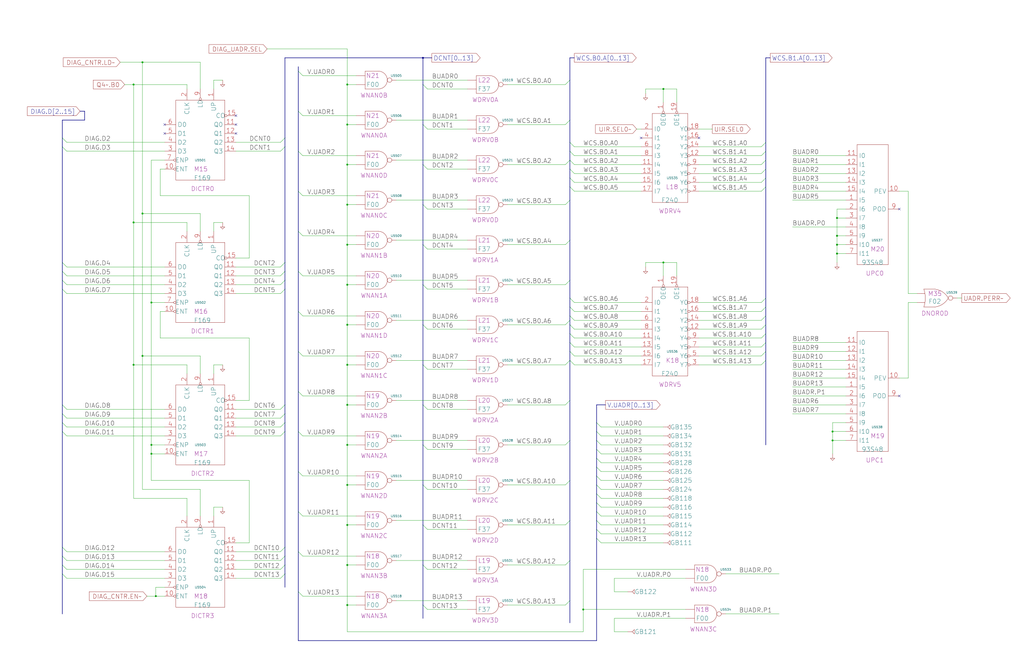
<source format=kicad_sch>
(kicad_sch (version 20250114) (generator "eeschema") (generator_version "9.0")
  (paper "User" 584.2 378.46)
  (title_block (title "WRITABLE CONTROL STORE\\nWCS ADDRESS GENERATION") (date "22-MAR-90") (rev "1.0") (comment 1 "VALUE") (comment 2 "232-003063") (comment 3 "S400") (comment 4 "RELEASED"))
  (junction (at 477.52 144.78))
  (junction (at 198.12 48.26))
  (junction (at 378.46 50.8))
  (junction (at 86.36 172.72))
  (junction (at 477.52 139.7))
  (junction (at 474.98 246.38))
  (junction (at 81.28 35.56))
  (junction (at 81.28 203.2))
  (junction (at 198.12 254))
  (junction (at 198.12 116.84))
  (junction (at 198.12 299.72))
  (junction (at 198.12 208.28))
  (junction (at 241.3 33.02))
  (junction (at 198.12 345.44))
  (junction (at 332.74 347.98))
  (junction (at 198.12 162.56))
  (junction (at 198.12 185.42))
  (junction (at 198.12 276.86))
  (junction (at 76.2 48.26))
  (junction (at 88.9 340.36))
  (junction (at 198.12 93.98))
  (junction (at 198.12 231.14))
  (junction (at 477.52 124.46))
  (junction (at 76.2 208.28))
  (junction (at 477.52 134.62))
  (junction (at 198.12 139.7))
  (junction (at 76.2 127))
  (junction (at 81.28 121.92))
  (junction (at 198.12 71.12))
  (junction (at 198.12 322.58))
  (junction (at 86.36 254))
  (junction (at 378.46 149.86))
  (junction (at 474.98 251.46))
  (junction (at 86.36 259.08))
  (no_connect (at 134.62 71.12))
  (no_connect (at 93.98 76.2))
  (no_connect (at 513.08 226.06))
  (no_connect (at 365.76 78.74))
  (no_connect (at 513.08 119.38))
  (no_connect (at 134.62 76.2))
  (no_connect (at 134.62 66.04))
  (no_connect (at 398.78 78.74))
  (no_connect (at 93.98 71.12))
  (bus_entry (at 35.56 312.42) (size 2.54 2.54))
  (bus_entry (at 325.12 175.26) (size 2.54 2.54))
  (bus_entry (at 35.56 236.22) (size 2.54 2.54))
  (bus_entry (at 170.18 200.66) (size 2.54 2.54))
  (bus_entry (at 325.12 96.52) (size 2.54 2.54))
  (bus_entry (at 162.56 322.58) (size -2.54 2.54))
  (bus_entry (at 162.56 165.1) (size -2.54 2.54))
  (bus_entry (at 325.12 200.66) (size 2.54 2.54))
  (bus_entry (at 325.12 274.32) (size -2.54 2.54))
  (bus_entry (at 325.12 190.5) (size 2.54 2.54))
  (bus_entry (at 325.12 68.58) (size -2.54 2.54))
  (bus_entry (at 436.88 96.52) (size -2.54 2.54))
  (bus_entry (at 340.36 307.34) (size 2.54 2.54))
  (bus_entry (at 325.12 195.58) (size 2.54 2.54))
  (bus_entry (at 340.36 292.1) (size 2.54 2.54))
  (bus_entry (at 162.56 149.86) (size -2.54 2.54))
  (bus_entry (at 35.56 317.5) (size 2.54 2.54))
  (bus_entry (at 436.88 81.28) (size -2.54 2.54))
  (bus_entry (at 241.3 231.14) (size 2.54 2.54))
  (bus_entry (at 241.3 276.86) (size 2.54 2.54))
  (bus_entry (at 241.3 254) (size 2.54 2.54))
  (bus_entry (at 241.3 299.72) (size 2.54 2.54))
  (bus_entry (at 35.56 246.38) (size 2.54 2.54))
  (bus_entry (at 340.36 302.26) (size 2.54 2.54))
  (bus_entry (at 162.56 78.74) (size -2.54 2.54))
  (bus_entry (at 170.18 269.24) (size 2.54 2.54))
  (bus_entry (at 241.3 345.44) (size 2.54 2.54))
  (bus_entry (at 325.12 137.16) (size -2.54 2.54))
  (bus_entry (at 162.56 231.14) (size -2.54 2.54))
  (bus_entry (at 162.56 154.94) (size -2.54 2.54))
  (bus_entry (at 170.18 314.96) (size 2.54 2.54))
  (bus_entry (at 162.56 160.02) (size -2.54 2.54))
  (bus_entry (at 162.56 246.38) (size -2.54 2.54))
  (bus_entry (at 340.36 297.18) (size 2.54 2.54))
  (bus_entry (at 170.18 246.38) (size 2.54 2.54))
  (bus_entry (at 325.12 106.68) (size 2.54 2.54))
  (bus_entry (at 325.12 182.88) (size -2.54 2.54))
  (bus_entry (at 162.56 317.5) (size -2.54 2.54))
  (bus_entry (at 436.88 91.44) (size -2.54 2.54))
  (bus_entry (at 325.12 180.34) (size 2.54 2.54))
  (bus_entry (at 241.3 208.28) (size 2.54 2.54))
  (bus_entry (at 325.12 251.46) (size -2.54 2.54))
  (bus_entry (at 340.36 241.3) (size 2.54 2.54))
  (bus_entry (at 436.88 195.58) (size -2.54 2.54))
  (bus_entry (at 241.3 139.7) (size 2.54 2.54))
  (bus_entry (at 241.3 116.84) (size 2.54 2.54))
  (bus_entry (at 325.12 297.18) (size -2.54 2.54))
  (bus_entry (at 436.88 86.36) (size -2.54 2.54))
  (bus_entry (at 35.56 78.74) (size 2.54 2.54))
  (bus_entry (at 162.56 327.66) (size -2.54 2.54))
  (bus_entry (at 170.18 337.82) (size 2.54 2.54))
  (bus_entry (at 162.56 241.3) (size -2.54 2.54))
  (bus_entry (at 340.36 246.38) (size 2.54 2.54))
  (bus_entry (at 162.56 83.82) (size -2.54 2.54))
  (bus_entry (at 340.36 276.86) (size 2.54 2.54))
  (bus_entry (at 170.18 132.08) (size 2.54 2.54))
  (bus_entry (at 340.36 271.78) (size 2.54 2.54))
  (bus_entry (at 325.12 86.36) (size 2.54 2.54))
  (bus_entry (at 325.12 101.6) (size 2.54 2.54))
  (bus_entry (at 170.18 40.64) (size 2.54 2.54))
  (bus_entry (at 436.88 190.5) (size -2.54 2.54))
  (bus_entry (at 325.12 205.74) (size 2.54 2.54))
  (bus_entry (at 170.18 63.5) (size 2.54 2.54))
  (bus_entry (at 241.3 185.42) (size 2.54 2.54))
  (bus_entry (at 436.88 205.74) (size -2.54 2.54))
  (bus_entry (at 35.56 327.66) (size 2.54 2.54))
  (bus_entry (at 340.36 287.02) (size 2.54 2.54))
  (bus_entry (at 436.88 185.42) (size -2.54 2.54))
  (bus_entry (at 170.18 86.36) (size 2.54 2.54))
  (bus_entry (at 340.36 281.94) (size 2.54 2.54))
  (bus_entry (at 162.56 236.22) (size -2.54 2.54))
  (bus_entry (at 241.3 322.58) (size 2.54 2.54))
  (bus_entry (at 241.3 48.26) (size 2.54 2.54))
  (bus_entry (at 325.12 342.9) (size -2.54 2.54))
  (bus_entry (at 436.88 200.66) (size -2.54 2.54))
  (bus_entry (at 436.88 170.18) (size -2.54 2.54))
  (bus_entry (at 436.88 180.34) (size -2.54 2.54))
  (bus_entry (at 436.88 101.6) (size -2.54 2.54))
  (bus_entry (at 35.56 165.1) (size 2.54 2.54))
  (bus_entry (at 325.12 91.44) (size -2.54 2.54))
  (bus_entry (at 340.36 256.54) (size 2.54 2.54))
  (bus_entry (at 170.18 292.1) (size 2.54 2.54))
  (bus_entry (at 35.56 241.3) (size 2.54 2.54))
  (bus_entry (at 325.12 185.42) (size 2.54 2.54))
  (bus_entry (at 325.12 228.6) (size -2.54 2.54))
  (bus_entry (at 170.18 109.22) (size 2.54 2.54))
  (bus_entry (at 325.12 91.44) (size 2.54 2.54))
  (bus_entry (at 170.18 223.52) (size 2.54 2.54))
  (bus_entry (at 35.56 83.82) (size 2.54 2.54))
  (bus_entry (at 162.56 312.42) (size -2.54 2.54))
  (bus_entry (at 170.18 177.8) (size 2.54 2.54))
  (bus_entry (at 340.36 266.7) (size 2.54 2.54))
  (bus_entry (at 241.3 162.56) (size 2.54 2.54))
  (bus_entry (at 35.56 322.58) (size 2.54 2.54))
  (bus_entry (at 325.12 81.28) (size 2.54 2.54))
  (bus_entry (at 241.3 93.98) (size 2.54 2.54))
  (bus_entry (at 436.88 175.26) (size -2.54 2.54))
  (bus_entry (at 325.12 205.74) (size -2.54 2.54))
  (bus_entry (at 340.36 261.62) (size 2.54 2.54))
  (bus_entry (at 35.56 154.94) (size 2.54 2.54))
  (bus_entry (at 325.12 320.04) (size -2.54 2.54))
  (bus_entry (at 241.3 71.12) (size 2.54 2.54))
  (bus_entry (at 325.12 45.72) (size -2.54 2.54))
  (bus_entry (at 325.12 114.3) (size -2.54 2.54))
  (bus_entry (at 325.12 170.18) (size 2.54 2.54))
  (bus_entry (at 35.56 160.02) (size 2.54 2.54))
  (bus_entry (at 170.18 154.94) (size 2.54 2.54))
  (bus_entry (at 340.36 251.46) (size 2.54 2.54))
  (bus_entry (at 35.56 231.14) (size 2.54 2.54))
  (bus_entry (at 436.88 106.68) (size -2.54 2.54))
  (bus_entry (at 35.56 149.86) (size 2.54 2.54))
  (bus_entry (at 325.12 160.02) (size -2.54 2.54))
  (bus (pts (xy 35.56 317.5) (xy 35.56 322.58)))
  (wire (pts (xy 226.06 91.44) (xy 266.7 91.44)))
  (wire (pts (xy 474.98 251.46) (xy 482.6 251.46)))
  (wire (pts (xy 398.78 93.98) (xy 434.34 93.98)))
  (bus (pts (xy 241.3 33.02) (xy 246.38 33.02)))
  (wire (pts (xy 477.52 144.78) (xy 477.52 149.86)))
  (wire (pts (xy 368.3 50.8) (xy 378.46 50.8)))
  (bus (pts (xy 162.56 317.5) (xy 162.56 322.58)))
  (wire (pts (xy 398.78 193.04) (xy 434.34 193.04)))
  (wire (pts (xy 142.24 309.88) (xy 142.24 274.32)))
  (wire (pts (xy 391.16 347.98) (xy 332.74 347.98)))
  (bus (pts (xy 340.36 281.94) (xy 340.36 287.02)))
  (bus (pts (xy 436.88 86.36) (xy 436.88 91.44)))
  (bus (pts (xy 325.12 33.02) (xy 327.66 33.02)))
  (bus (pts (xy 35.56 149.86) (xy 35.56 154.94)))
  (wire (pts (xy 86.36 259.08) (xy 93.98 259.08)))
  (wire (pts (xy 327.66 203.2) (xy 365.76 203.2)))
  (wire (pts (xy 81.28 203.2) (xy 81.28 279.4)))
  (wire (pts (xy 38.1 325.12) (xy 93.98 325.12)))
  (bus (pts (xy 325.12 137.16) (xy 325.12 160.02)))
  (wire (pts (xy 198.12 299.72) (xy 203.2 299.72)))
  (wire (pts (xy 342.9 243.84) (xy 378.46 243.84)))
  (bus (pts (xy 436.88 170.18) (xy 436.88 175.26)))
  (bus (pts (xy 325.12 251.46) (xy 325.12 274.32)))
  (wire (pts (xy 88.9 335.28) (xy 93.98 335.28)))
  (wire (pts (xy 81.28 121.92) (xy 114.3 121.92)))
  (bus (pts (xy 325.12 160.02) (xy 325.12 170.18)))
  (wire (pts (xy 172.72 226.06) (xy 203.2 226.06)))
  (bus (pts (xy 325.12 81.28) (xy 325.12 86.36)))
  (wire (pts (xy 342.9 259.08) (xy 378.46 259.08)))
  (wire (pts (xy 452.12 210.82) (xy 482.6 210.82)))
  (wire (pts (xy 198.12 231.14) (xy 198.12 254)))
  (bus (pts (xy 170.18 109.22) (xy 170.18 132.08)))
  (bus (pts (xy 35.56 322.58) (xy 35.56 327.66)))
  (wire (pts (xy 226.06 45.72) (xy 266.7 45.72)))
  (wire (pts (xy 226.06 274.32) (xy 266.7 274.32)))
  (wire (pts (xy 172.72 157.48) (xy 203.2 157.48)))
  (wire (pts (xy 134.62 320.04) (xy 160.02 320.04)))
  (bus (pts (xy 436.88 33.02) (xy 436.88 81.28)))
  (wire (pts (xy 327.66 208.28) (xy 365.76 208.28)))
  (wire (pts (xy 452.12 114.3) (xy 482.6 114.3)))
  (wire (pts (xy 88.9 340.36) (xy 93.98 340.36)))
  (bus (pts (xy 325.12 101.6) (xy 325.12 106.68)))
  (wire (pts (xy 289.56 71.12) (xy 322.58 71.12)))
  (wire (pts (xy 363.22 73.66) (xy 365.76 73.66)))
  (bus (pts (xy 35.56 327.66) (xy 35.56 350.52)))
  (bus (pts (xy 340.36 246.38) (xy 340.36 251.46)))
  (bus (pts (xy 35.56 160.02) (xy 35.56 165.1)))
  (bus (pts (xy 325.12 86.36) (xy 325.12 91.44)))
  (wire (pts (xy 134.62 228.6) (xy 142.24 228.6)))
  (wire (pts (xy 91.44 193.04) (xy 91.44 177.8)))
  (wire (pts (xy 198.12 208.28) (xy 203.2 208.28)))
  (bus (pts (xy 241.3 185.42) (xy 241.3 208.28)))
  (wire (pts (xy 398.78 203.2) (xy 434.34 203.2)))
  (bus (pts (xy 325.12 274.32) (xy 325.12 297.18)))
  (wire (pts (xy 91.44 177.8) (xy 93.98 177.8)))
  (wire (pts (xy 172.72 111.76) (xy 203.2 111.76)))
  (bus (pts (xy 162.56 312.42) (xy 162.56 317.5)))
  (wire (pts (xy 474.98 246.38) (xy 482.6 246.38)))
  (wire (pts (xy 289.56 276.86) (xy 322.58 276.86)))
  (wire (pts (xy 289.56 345.44) (xy 322.58 345.44)))
  (wire (pts (xy 289.56 322.58) (xy 322.58 322.58)))
  (wire (pts (xy 518.16 109.22) (xy 518.16 167.64)))
  (bus (pts (xy 170.18 38.1) (xy 170.18 40.64)))
  (bus (pts (xy 340.36 302.26) (xy 340.36 307.34)))
  (wire (pts (xy 414.02 327.66) (xy 444.5 327.66)))
  (wire (pts (xy 477.52 134.62) (xy 482.6 134.62)))
  (wire (pts (xy 86.36 91.44) (xy 93.98 91.44)))
  (wire (pts (xy 342.9 264.16) (xy 378.46 264.16)))
  (bus (pts (xy 325.12 185.42) (xy 325.12 190.5)))
  (wire (pts (xy 198.12 27.94) (xy 198.12 48.26)))
  (wire (pts (xy 452.12 195.58) (xy 482.6 195.58)))
  (wire (pts (xy 386.08 149.86) (xy 386.08 157.48)))
  (wire (pts (xy 226.06 205.74) (xy 266.7 205.74)))
  (bus (pts (xy 325.12 320.04) (xy 325.12 342.9)))
  (wire (pts (xy 243.84 233.68) (xy 266.7 233.68)))
  (wire (pts (xy 226.06 160.02) (xy 266.7 160.02)))
  (bus (pts (xy 325.12 33.02) (xy 325.12 45.72)))
  (wire (pts (xy 134.62 314.96) (xy 160.02 314.96)))
  (wire (pts (xy 121.92 45.72) (xy 121.92 50.8)))
  (wire (pts (xy 327.66 198.12) (xy 365.76 198.12)))
  (wire (pts (xy 172.72 248.92) (xy 203.2 248.92)))
  (wire (pts (xy 342.9 299.72) (xy 378.46 299.72)))
  (wire (pts (xy 342.9 279.4) (xy 378.46 279.4)))
  (bus (pts (xy 35.56 83.82) (xy 35.56 149.86)))
  (wire (pts (xy 243.84 96.52) (xy 266.7 96.52)))
  (wire (pts (xy 68.58 35.56) (xy 81.28 35.56)))
  (bus (pts (xy 241.3 276.86) (xy 241.3 299.72)))
  (bus (pts (xy 162.56 33.02) (xy 241.3 33.02)))
  (bus (pts (xy 241.3 208.28) (xy 241.3 231.14)))
  (wire (pts (xy 226.06 228.6) (xy 266.7 228.6)))
  (wire (pts (xy 477.52 139.7) (xy 482.6 139.7)))
  (wire (pts (xy 226.06 251.46) (xy 266.7 251.46)))
  (bus (pts (xy 436.88 190.5) (xy 436.88 195.58)))
  (wire (pts (xy 398.78 177.8) (xy 434.34 177.8)))
  (bus (pts (xy 436.88 81.28) (xy 436.88 86.36)))
  (wire (pts (xy 121.92 208.28) (xy 121.92 213.36)))
  (bus (pts (xy 170.18 177.8) (xy 170.18 200.66)))
  (bus (pts (xy 162.56 83.82) (xy 162.56 149.86)))
  (wire (pts (xy 142.24 111.76) (xy 91.44 111.76)))
  (bus (pts (xy 436.88 33.02) (xy 439.42 33.02)))
  (bus (pts (xy 325.12 297.18) (xy 325.12 320.04)))
  (wire (pts (xy 83.82 340.36) (xy 88.9 340.36)))
  (bus (pts (xy 340.36 276.86) (xy 340.36 281.94)))
  (wire (pts (xy 289.56 116.84) (xy 322.58 116.84)))
  (bus (pts (xy 325.12 114.3) (xy 325.12 137.16)))
  (bus (pts (xy 35.56 78.74) (xy 35.56 83.82)))
  (wire (pts (xy 513.08 109.22) (xy 518.16 109.22)))
  (bus (pts (xy 340.36 266.7) (xy 340.36 271.78)))
  (bus (pts (xy 35.56 246.38) (xy 35.56 312.42)))
  (wire (pts (xy 198.12 116.84) (xy 203.2 116.84)))
  (wire (pts (xy 38.1 320.04) (xy 93.98 320.04)))
  (wire (pts (xy 198.12 71.12) (xy 203.2 71.12)))
  (bus (pts (xy 48.26 68.58) (xy 35.56 68.58)))
  (bus (pts (xy 340.36 271.78) (xy 340.36 276.86)))
  (wire (pts (xy 477.52 124.46) (xy 477.52 134.62)))
  (wire (pts (xy 86.36 254) (xy 93.98 254)))
  (wire (pts (xy 327.66 93.98) (xy 365.76 93.98)))
  (wire (pts (xy 332.74 325.12) (xy 332.74 347.98)))
  (wire (pts (xy 243.84 187.96) (xy 266.7 187.96)))
  (wire (pts (xy 350.52 330.2) (xy 350.52 337.82)))
  (wire (pts (xy 198.12 276.86) (xy 203.2 276.86)))
  (wire (pts (xy 38.1 157.48) (xy 93.98 157.48)))
  (wire (pts (xy 172.72 203.2) (xy 203.2 203.2)))
  (bus (pts (xy 325.12 180.34) (xy 325.12 182.88)))
  (wire (pts (xy 398.78 187.96) (xy 434.34 187.96)))
  (wire (pts (xy 134.62 147.32) (xy 142.24 147.32)))
  (wire (pts (xy 127 45.72) (xy 121.92 45.72)))
  (wire (pts (xy 121.92 289.56) (xy 121.92 294.64)))
  (bus (pts (xy 241.3 71.12) (xy 241.3 93.98)))
  (wire (pts (xy 106.68 50.8) (xy 106.68 48.26)))
  (wire (pts (xy 134.62 157.48) (xy 160.02 157.48)))
  (wire (pts (xy 81.28 35.56) (xy 114.3 35.56)))
  (wire (pts (xy 327.66 104.14) (xy 365.76 104.14)))
  (bus (pts (xy 35.56 68.58) (xy 35.56 78.74)))
  (wire (pts (xy 243.84 142.24) (xy 266.7 142.24)))
  (wire (pts (xy 391.16 325.12) (xy 332.74 325.12)))
  (wire (pts (xy 398.78 83.82) (xy 434.34 83.82)))
  (wire (pts (xy 198.12 48.26) (xy 203.2 48.26)))
  (wire (pts (xy 327.66 172.72) (xy 365.76 172.72)))
  (wire (pts (xy 198.12 254) (xy 198.12 276.86)))
  (wire (pts (xy 81.28 203.2) (xy 114.3 203.2)))
  (wire (pts (xy 342.9 294.64) (xy 378.46 294.64)))
  (wire (pts (xy 86.36 91.44) (xy 86.36 172.72)))
  (wire (pts (xy 452.12 205.74) (xy 482.6 205.74)))
  (wire (pts (xy 38.1 86.36) (xy 93.98 86.36)))
  (bus (pts (xy 325.12 195.58) (xy 325.12 200.66)))
  (wire (pts (xy 172.72 294.64) (xy 203.2 294.64)))
  (wire (pts (xy 398.78 208.28) (xy 434.34 208.28)))
  (wire (pts (xy 81.28 279.4) (xy 114.3 279.4)))
  (wire (pts (xy 342.9 284.48) (xy 378.46 284.48)))
  (wire (pts (xy 243.84 210.82) (xy 266.7 210.82)))
  (wire (pts (xy 226.06 182.88) (xy 266.7 182.88)))
  (wire (pts (xy 289.56 231.14) (xy 322.58 231.14)))
  (wire (pts (xy 198.12 139.7) (xy 203.2 139.7)))
  (wire (pts (xy 38.1 162.56) (xy 93.98 162.56)))
  (bus (pts (xy 340.36 292.1) (xy 340.36 297.18)))
  (wire (pts (xy 127 127) (xy 121.92 127)))
  (bus (pts (xy 241.3 48.26) (xy 241.3 71.12)))
  (wire (pts (xy 327.66 99.06) (xy 365.76 99.06)))
  (bus (pts (xy 170.18 246.38) (xy 170.18 269.24)))
  (wire (pts (xy 76.2 48.26) (xy 76.2 127)))
  (wire (pts (xy 398.78 88.9) (xy 434.34 88.9)))
  (wire (pts (xy 198.12 254) (xy 203.2 254)))
  (bus (pts (xy 436.88 91.44) (xy 436.88 96.52)))
  (wire (pts (xy 289.56 162.56) (xy 322.58 162.56)))
  (wire (pts (xy 243.84 73.66) (xy 266.7 73.66)))
  (bus (pts (xy 340.36 256.54) (xy 340.36 261.62)))
  (wire (pts (xy 452.12 200.66) (xy 482.6 200.66)))
  (bus (pts (xy 241.3 345.44) (xy 241.3 353.06)))
  (wire (pts (xy 198.12 322.58) (xy 203.2 322.58)))
  (wire (pts (xy 71.12 48.26) (xy 76.2 48.26)))
  (wire (pts (xy 142.24 228.6) (xy 142.24 193.04)))
  (wire (pts (xy 327.66 182.88) (xy 365.76 182.88)))
  (wire (pts (xy 198.12 71.12) (xy 198.12 93.98)))
  (bus (pts (xy 340.36 261.62) (xy 340.36 266.7)))
  (wire (pts (xy 86.36 172.72) (xy 86.36 254)))
  (bus (pts (xy 241.3 254) (xy 241.3 276.86)))
  (bus (pts (xy 162.56 241.3) (xy 162.56 246.38)))
  (wire (pts (xy 327.66 88.9) (xy 365.76 88.9)))
  (wire (pts (xy 38.1 233.68) (xy 93.98 233.68)))
  (bus (pts (xy 241.3 322.58) (xy 241.3 345.44)))
  (wire (pts (xy 289.56 254) (xy 322.58 254)))
  (wire (pts (xy 226.06 320.04) (xy 266.7 320.04)))
  (wire (pts (xy 198.12 185.42) (xy 198.12 208.28)))
  (wire (pts (xy 198.12 185.42) (xy 203.2 185.42)))
  (wire (pts (xy 198.12 93.98) (xy 203.2 93.98)))
  (wire (pts (xy 398.78 198.12) (xy 434.34 198.12)))
  (wire (pts (xy 86.36 274.32) (xy 86.36 259.08)))
  (wire (pts (xy 38.1 167.64) (xy 93.98 167.64)))
  (wire (pts (xy 198.12 116.84) (xy 198.12 139.7)))
  (wire (pts (xy 342.9 248.92) (xy 378.46 248.92)))
  (wire (pts (xy 452.12 99.06) (xy 482.6 99.06)))
  (wire (pts (xy 350.52 353.06) (xy 350.52 360.68)))
  (wire (pts (xy 88.9 335.28) (xy 88.9 340.36)))
  (wire (pts (xy 289.56 48.26) (xy 322.58 48.26)))
  (wire (pts (xy 198.12 139.7) (xy 198.12 162.56)))
  (wire (pts (xy 474.98 241.3) (xy 474.98 246.38)))
  (wire (pts (xy 114.3 294.64) (xy 114.3 279.4)))
  (wire (pts (xy 134.62 325.12) (xy 160.02 325.12)))
  (wire (pts (xy 198.12 93.98) (xy 198.12 116.84)))
  (wire (pts (xy 198.12 162.56) (xy 203.2 162.56)))
  (bus (pts (xy 436.88 175.26) (xy 436.88 180.34)))
  (bus (pts (xy 436.88 96.52) (xy 436.88 101.6)))
  (wire (pts (xy 172.72 317.5) (xy 203.2 317.5)))
  (wire (pts (xy 134.62 330.2) (xy 160.02 330.2)))
  (bus (pts (xy 436.88 106.68) (xy 436.88 170.18)))
  (bus (pts (xy 170.18 40.64) (xy 170.18 63.5)))
  (wire (pts (xy 350.52 360.68) (xy 358.14 360.68)))
  (wire (pts (xy 172.72 340.36) (xy 203.2 340.36)))
  (bus (pts (xy 170.18 337.82) (xy 170.18 365.76)))
  (wire (pts (xy 378.46 50.8) (xy 378.46 58.42)))
  (wire (pts (xy 342.9 269.24) (xy 378.46 269.24)))
  (wire (pts (xy 289.56 208.28) (xy 322.58 208.28)))
  (wire (pts (xy 226.06 342.9) (xy 266.7 342.9)))
  (wire (pts (xy 477.52 139.7) (xy 477.52 144.78)))
  (wire (pts (xy 198.12 208.28) (xy 198.12 231.14)))
  (wire (pts (xy 198.12 162.56) (xy 198.12 185.42)))
  (wire (pts (xy 378.46 149.86) (xy 386.08 149.86)))
  (bus (pts (xy 170.18 63.5) (xy 170.18 86.36)))
  (bus (pts (xy 241.3 33.02) (xy 241.3 48.26)))
  (bus (pts (xy 162.56 154.94) (xy 162.56 160.02)))
  (bus (pts (xy 241.3 162.56) (xy 241.3 185.42)))
  (bus (pts (xy 325.12 170.18) (xy 325.12 175.26)))
  (wire (pts (xy 134.62 233.68) (xy 160.02 233.68)))
  (wire (pts (xy 378.46 149.86) (xy 378.46 157.48)))
  (wire (pts (xy 76.2 284.48) (xy 106.68 284.48)))
  (wire (pts (xy 134.62 152.4) (xy 160.02 152.4)))
  (wire (pts (xy 327.66 109.22) (xy 365.76 109.22)))
  (wire (pts (xy 289.56 139.7) (xy 322.58 139.7)))
  (bus (pts (xy 325.12 228.6) (xy 325.12 251.46)))
  (bus (pts (xy 35.56 312.42) (xy 35.56 317.5)))
  (wire (pts (xy 368.3 152.4) (xy 368.3 149.86)))
  (wire (pts (xy 198.12 345.44) (xy 203.2 345.44)))
  (wire (pts (xy 226.06 114.3) (xy 266.7 114.3)))
  (wire (pts (xy 198.12 322.58) (xy 198.12 345.44)))
  (bus (pts (xy 436.88 200.66) (xy 436.88 205.74)))
  (bus (pts (xy 325.12 182.88) (xy 325.12 185.42)))
  (wire (pts (xy 452.12 220.98) (xy 482.6 220.98)))
  (wire (pts (xy 342.9 274.32) (xy 378.46 274.32)))
  (wire (pts (xy 86.36 254) (xy 86.36 259.08)))
  (bus (pts (xy 436.88 180.34) (xy 436.88 185.42)))
  (wire (pts (xy 327.66 177.8) (xy 365.76 177.8)))
  (wire (pts (xy 368.3 53.34) (xy 368.3 50.8)))
  (wire (pts (xy 134.62 86.36) (xy 160.02 86.36)))
  (wire (pts (xy 114.3 213.36) (xy 114.3 203.2)))
  (bus (pts (xy 436.88 185.42) (xy 436.88 190.5)))
  (wire (pts (xy 76.2 48.26) (xy 106.68 48.26)))
  (bus (pts (xy 162.56 236.22) (xy 162.56 241.3)))
  (bus (pts (xy 170.18 269.24) (xy 170.18 292.1)))
  (wire (pts (xy 327.66 187.96) (xy 365.76 187.96)))
  (bus (pts (xy 325.12 91.44) (xy 325.12 96.52)))
  (bus (pts (xy 340.36 231.14) (xy 340.36 241.3)))
  (wire (pts (xy 477.52 134.62) (xy 477.52 139.7)))
  (bus (pts (xy 162.56 33.02) (xy 162.56 78.74)))
  (bus (pts (xy 436.88 195.58) (xy 436.88 200.66)))
  (wire (pts (xy 398.78 182.88) (xy 434.34 182.88)))
  (wire (pts (xy 172.72 88.9) (xy 203.2 88.9)))
  (wire (pts (xy 342.9 309.88) (xy 378.46 309.88)))
  (wire (pts (xy 127 289.56) (xy 121.92 289.56)))
  (wire (pts (xy 38.1 238.76) (xy 93.98 238.76)))
  (wire (pts (xy 386.08 50.8) (xy 386.08 58.42)))
  (wire (pts (xy 327.66 83.82) (xy 365.76 83.82)))
  (wire (pts (xy 38.1 314.96) (xy 93.98 314.96)))
  (bus (pts (xy 35.56 236.22) (xy 35.56 241.3)))
  (wire (pts (xy 350.52 353.06) (xy 391.16 353.06)))
  (wire (pts (xy 106.68 294.64) (xy 106.68 284.48)))
  (bus (pts (xy 325.12 106.68) (xy 325.12 114.3)))
  (wire (pts (xy 398.78 104.14) (xy 434.34 104.14)))
  (wire (pts (xy 172.72 180.34) (xy 203.2 180.34)))
  (wire (pts (xy 86.36 172.72) (xy 93.98 172.72)))
  (wire (pts (xy 398.78 109.22) (xy 434.34 109.22)))
  (wire (pts (xy 518.16 167.64) (xy 523.24 167.64)))
  (bus (pts (xy 325.12 190.5) (xy 325.12 195.58)))
  (bus (pts (xy 162.56 231.14) (xy 162.56 236.22)))
  (wire (pts (xy 477.52 144.78) (xy 482.6 144.78)))
  (bus (pts (xy 340.36 287.02) (xy 340.36 292.1)))
  (wire (pts (xy 414.02 350.52) (xy 444.5 350.52)))
  (bus (pts (xy 35.56 165.1) (xy 35.56 231.14)))
  (wire (pts (xy 81.28 121.92) (xy 81.28 203.2)))
  (wire (pts (xy 38.1 330.2) (xy 93.98 330.2)))
  (wire (pts (xy 134.62 309.88) (xy 142.24 309.88)))
  (wire (pts (xy 452.12 93.98) (xy 482.6 93.98)))
  (bus (pts (xy 340.36 251.46) (xy 340.36 256.54)))
  (bus (pts (xy 162.56 149.86) (xy 162.56 154.94)))
  (wire (pts (xy 106.68 132.08) (xy 106.68 127)))
  (bus (pts (xy 170.18 365.76) (xy 340.36 365.76)))
  (wire (pts (xy 134.62 162.56) (xy 160.02 162.56)))
  (bus (pts (xy 325.12 342.9) (xy 325.12 355.6)))
  (bus (pts (xy 340.36 241.3) (xy 340.36 246.38)))
  (bus (pts (xy 325.12 68.58) (xy 325.12 81.28)))
  (bus (pts (xy 35.56 231.14) (xy 35.56 236.22)))
  (wire (pts (xy 243.84 50.8) (xy 266.7 50.8)))
  (wire (pts (xy 76.2 208.28) (xy 106.68 208.28)))
  (wire (pts (xy 172.72 271.78) (xy 203.2 271.78)))
  (bus (pts (xy 162.56 160.02) (xy 162.56 165.1)))
  (bus (pts (xy 241.3 231.14) (xy 241.3 254)))
  (bus (pts (xy 325.12 205.74) (xy 325.12 228.6)))
  (bus (pts (xy 170.18 154.94) (xy 170.18 177.8)))
  (wire (pts (xy 172.72 134.62) (xy 203.2 134.62)))
  (bus (pts (xy 436.88 205.74) (xy 436.88 254)))
  (wire (pts (xy 518.16 172.72) (xy 523.24 172.72)))
  (wire (pts (xy 327.66 193.04) (xy 365.76 193.04)))
  (wire (pts (xy 243.84 165.1) (xy 266.7 165.1)))
  (wire (pts (xy 152.4 27.94) (xy 198.12 27.94)))
  (bus (pts (xy 162.56 322.58) (xy 162.56 327.66)))
  (wire (pts (xy 289.56 93.98) (xy 322.58 93.98)))
  (bus (pts (xy 241.3 299.72) (xy 241.3 322.58)))
  (wire (pts (xy 482.6 241.3) (xy 474.98 241.3)))
  (wire (pts (xy 452.12 236.22) (xy 482.6 236.22)))
  (bus (pts (xy 241.3 116.84) (xy 241.3 139.7)))
  (wire (pts (xy 226.06 297.18) (xy 266.7 297.18)))
  (wire (pts (xy 76.2 208.28) (xy 76.2 284.48)))
  (wire (pts (xy 332.74 347.98) (xy 332.74 360.68)))
  (wire (pts (xy 134.62 238.76) (xy 160.02 238.76)))
  (wire (pts (xy 243.84 119.38) (xy 266.7 119.38)))
  (wire (pts (xy 378.46 50.8) (xy 386.08 50.8)))
  (wire (pts (xy 198.12 48.26) (xy 198.12 71.12)))
  (wire (pts (xy 518.16 215.9) (xy 518.16 172.72)))
  (wire (pts (xy 350.52 337.82) (xy 358.14 337.82)))
  (wire (pts (xy 452.12 226.06) (xy 482.6 226.06)))
  (wire (pts (xy 243.84 325.12) (xy 266.7 325.12)))
  (wire (pts (xy 452.12 129.54) (xy 482.6 129.54)))
  (wire (pts (xy 398.78 73.66) (xy 406.4 73.66)))
  (wire (pts (xy 398.78 99.06) (xy 434.34 99.06)))
  (wire (pts (xy 474.98 251.46) (xy 474.98 259.08)))
  (bus (pts (xy 170.18 132.08) (xy 170.18 154.94)))
  (wire (pts (xy 38.1 152.4) (xy 93.98 152.4)))
  (wire (pts (xy 134.62 243.84) (xy 160.02 243.84)))
  (bus (pts (xy 436.88 101.6) (xy 436.88 106.68)))
  (wire (pts (xy 226.06 137.16) (xy 266.7 137.16)))
  (wire (pts (xy 198.12 276.86) (xy 198.12 299.72)))
  (bus (pts (xy 241.3 93.98) (xy 241.3 116.84)))
  (wire (pts (xy 38.1 248.92) (xy 93.98 248.92)))
  (wire (pts (xy 243.84 302.26) (xy 266.7 302.26)))
  (bus (pts (xy 35.56 154.94) (xy 35.56 160.02)))
  (wire (pts (xy 546.1 170.18) (xy 548.64 170.18)))
  (bus (pts (xy 170.18 292.1) (xy 170.18 314.96)))
  (wire (pts (xy 342.9 289.56) (xy 378.46 289.56)))
  (bus (pts (xy 162.56 246.38) (xy 162.56 312.42)))
  (wire (pts (xy 452.12 109.22) (xy 482.6 109.22)))
  (wire (pts (xy 198.12 360.68) (xy 332.74 360.68)))
  (wire (pts (xy 342.9 304.8) (xy 378.46 304.8)))
  (wire (pts (xy 172.72 66.04) (xy 203.2 66.04)))
  (wire (pts (xy 482.6 119.38) (xy 477.52 119.38)))
  (wire (pts (xy 134.62 167.64) (xy 160.02 167.64)))
  (wire (pts (xy 172.72 43.18) (xy 203.2 43.18)))
  (wire (pts (xy 106.68 213.36) (xy 106.68 208.28)))
  (wire (pts (xy 368.3 149.86) (xy 378.46 149.86)))
  (wire (pts (xy 198.12 231.14) (xy 203.2 231.14)))
  (bus (pts (xy 170.18 86.36) (xy 170.18 109.22)))
  (wire (pts (xy 243.84 347.98) (xy 266.7 347.98)))
  (wire (pts (xy 76.2 127) (xy 106.68 127)))
  (wire (pts (xy 38.1 243.84) (xy 93.98 243.84)))
  (wire (pts (xy 226.06 68.58) (xy 266.7 68.58)))
  (bus (pts (xy 340.36 307.34) (xy 340.36 365.76)))
  (wire (pts (xy 142.24 193.04) (xy 91.44 193.04)))
  (wire (pts (xy 289.56 185.42) (xy 322.58 185.42)))
  (wire (pts (xy 134.62 81.28) (xy 160.02 81.28)))
  (wire (pts (xy 81.28 35.56) (xy 81.28 121.92)))
  (wire (pts (xy 114.3 132.08) (xy 114.3 121.92)))
  (wire (pts (xy 121.92 127) (xy 121.92 132.08)))
  (wire (pts (xy 198.12 299.72) (xy 198.12 322.58)))
  (wire (pts (xy 142.24 274.32) (xy 86.36 274.32)))
  (bus (pts (xy 48.26 63.5) (xy 48.26 68.58)))
  (wire (pts (xy 342.9 254) (xy 378.46 254)))
  (wire (pts (xy 91.44 96.52) (xy 93.98 96.52)))
  (bus (pts (xy 162.56 327.66) (xy 162.56 335.28)))
  (bus (pts (xy 340.36 297.18) (xy 340.36 302.26)))
  (wire (pts (xy 127 208.28) (xy 121.92 208.28)))
  (bus (pts (xy 170.18 200.66) (xy 170.18 223.52)))
  (wire (pts (xy 114.3 50.8) (xy 114.3 35.56)))
  (wire (pts (xy 38.1 81.28) (xy 93.98 81.28)))
  (wire (pts (xy 477.52 119.38) (xy 477.52 124.46)))
  (wire (pts (xy 452.12 104.14) (xy 482.6 104.14)))
  (wire (pts (xy 452.12 231.14) (xy 482.6 231.14)))
  (wire (pts (xy 513.08 215.9) (xy 518.16 215.9)))
  (bus (pts (xy 241.3 139.7) (xy 241.3 162.56)))
  (wire (pts (xy 452.12 88.9) (xy 482.6 88.9)))
  (bus (pts (xy 325.12 96.52) (xy 325.12 101.6)))
  (bus (pts (xy 170.18 223.52) (xy 170.18 246.38)))
  (bus (pts (xy 325.12 200.66) (xy 325.12 205.74)))
  (wire (pts (xy 243.84 279.4) (xy 266.7 279.4)))
  (wire (pts (xy 76.2 127) (xy 76.2 208.28)))
  (wire (pts (xy 91.44 111.76) (xy 91.44 96.52)))
  (wire (pts (xy 477.52 124.46) (xy 482.6 124.46)))
  (bus (pts (xy 35.56 241.3) (xy 35.56 246.38)))
  (wire (pts (xy 289.56 299.72) (xy 322.58 299.72)))
  (bus (pts (xy 340.36 231.14) (xy 345.44 231.14)))
  (wire (pts (xy 452.12 215.9) (xy 482.6 215.9)))
  (bus (pts (xy 162.56 78.74) (xy 162.56 83.82)))
  (bus (pts (xy 325.12 45.72) (xy 325.12 68.58)))
  (wire (pts (xy 198.12 345.44) (xy 198.12 360.68)))
  (bus (pts (xy 325.12 175.26) (xy 325.12 180.34)))
  (bus (pts (xy 170.18 314.96) (xy 170.18 337.82)))
  (wire (pts (xy 142.24 147.32) (xy 142.24 111.76)))
  (bus (pts (xy 45.72 63.5) (xy 48.26 63.5)))
  (bus (pts (xy 162.56 165.1) (xy 162.56 231.14)))
  (wire (pts (xy 243.84 256.54) (xy 266.7 256.54)))
  (wire (pts (xy 350.52 330.2) (xy 391.16 330.2)))
  (wire (pts (xy 474.98 246.38) (xy 474.98 251.46)))
  (wire (pts (xy 134.62 248.92) (xy 160.02 248.92)))
  (wire (pts (xy 398.78 172.72) (xy 434.34 172.72)))
  (label "WCS.B1.A4" (at 406.4 104.14 0) (effects (font (size 2.54 2.54))))
  (label "V.UADR5" (at 350.52 269.24 0) (effects (font (size 2.54 2.54))))
  (label "V.UADR2" (at 175.26 88.9 0) (effects (font (size 2.54 2.54))))
  (label "V.UADR7" (at 350.52 279.4 0) (effects (font (size 2.54 2.54))))
  (label "V.UADR8" (at 175.26 226.06 0) (effects (font (size 2.54 2.54))))
  (label "DCNT7" (at 144.78 238.76 0) (effects (font (size 2.54 2.54))))
  (label "DCNT12" (at 144.78 325.12 0) (effects (font (size 2.54 2.54))))
  (label "WCS.B0.A9" (at 332.74 187.96 0) (effects (font (size 2.54 2.54))))
  (label "BUADR1" (at 246.38 68.58 0) (effects (font (size 2.54 2.54))))
  (label "V.UADR12" (at 350.52 304.8 0) (effects (font (size 2.54 2.54))))
  (label "DCNT2" (at 246.38 96.52 0) (effects (font (size 2.54 2.54))))
  (label "V.UADR.P1" (at 363.22 353.06 0) (effects (font (size 2.54 2.54))))
  (label "BUADR6" (at 452.12 231.14 0) (effects (font (size 2.54 2.54))))
  (label "WCS.B1.A3" (at 406.4 99.06 0) (effects (font (size 2.54 2.54))))
  (label "DCNT6" (at 144.78 233.68 0) (effects (font (size 2.54 2.54))))
  (label "BUADR8" (at 246.38 228.6 0) (effects (font (size 2.54 2.54))))
  (label "DCNT7" (at 246.38 210.82 0) (effects (font (size 2.54 2.54))))
  (label "DCNT11" (at 246.38 302.26 0) (effects (font (size 2.54 2.54))))
  (label "BUADR.P0" (at 421.64 327.66 0) (effects (font (size 2.54 2.54))))
  (label "DCNT2" (at 144.78 152.4 0) (effects (font (size 2.54 2.54))))
  (label "DIAG.D7" (at 48.26 167.64 0) (effects (font (size 2.54 2.54))))
  (label "DIAG.D8" (at 48.26 233.68 0) (effects (font (size 2.54 2.54))))
  (label "WCS.B0.A5" (at 294.64 162.56 0) (effects (font (size 2.54 2.54))))
  (label "WCS.B0.A2" (at 294.64 93.98 0) (effects (font (size 2.54 2.54))))
  (label "BUADR9" (at 246.38 251.46 0) (effects (font (size 2.54 2.54))))
  (label "V.UADR9" (at 350.52 289.56 0) (effects (font (size 2.54 2.54))))
  (label "BUADR2" (at 452.12 99.06 0) (effects (font (size 2.54 2.54))))
  (label "V.UADR10" (at 175.26 271.78 0) (effects (font (size 2.54 2.54))))
  (label "WCS.B0.A11" (at 332.74 198.12 0) (effects (font (size 2.54 2.54))))
  (label "DCNT0" (at 246.38 50.8 0) (effects (font (size 2.54 2.54))))
  (label "BUADR0" (at 452.12 88.9 0) (effects (font (size 2.54 2.54))))
  (label "WCS.B0.A6" (at 332.74 172.72 0) (effects (font (size 2.54 2.54))))
  (label "WCS.B0.A7" (at 332.74 177.8 0) (effects (font (size 2.54 2.54))))
  (label "DIAG.D2" (at 48.26 81.28 0) (effects (font (size 2.54 2.54))))
  (label "DIAG.D9" (at 48.26 238.76 0) (effects (font (size 2.54 2.54))))
  (label "V.UADR11" (at 350.52 299.72 0) (effects (font (size 2.54 2.54))))
  (label "BUADR7" (at 246.38 205.74 0) (effects (font (size 2.54 2.54))))
  (label "WCS.B1.A5" (at 406.4 109.22 0) (effects (font (size 2.54 2.54))))
  (label "V.UADR0" (at 175.26 43.18 0) (effects (font (size 2.54 2.54))))
  (label "DCNT3" (at 144.78 157.48 0) (effects (font (size 2.54 2.54))))
  (label "BUADR11" (at 246.38 297.18 0) (effects (font (size 2.54 2.54))))
  (label "WCS.B0.A4" (at 332.74 104.14 0) (effects (font (size 2.54 2.54))))
  (label "WCS.B1.A10" (at 406.4 193.04 0) (effects (font (size 2.54 2.54))))
  (label "WCS.B0.A10" (at 294.64 276.86 0) (effects (font (size 2.54 2.54))))
  (label "BUADR3" (at 452.12 104.14 0) (effects (font (size 2.54 2.54))))
  (label "BUADR5" (at 452.12 114.3 0) (effects (font (size 2.54 2.54))))
  (label "V.UADR11" (at 175.26 294.64 0) (effects (font (size 2.54 2.54))))
  (label "BUADR4" (at 246.38 137.16 0) (effects (font (size 2.54 2.54))))
  (label "DCNT13" (at 246.38 347.98 0) (effects (font (size 2.54 2.54))))
  (label "WCS.B1.A7" (at 406.4 177.8 0) (effects (font (size 2.54 2.54))))
  (label "V.UADR1" (at 350.52 248.92 0) (effects (font (size 2.54 2.54))))
  (label "WCS.B0.A0" (at 332.74 83.82 0) (effects (font (size 2.54 2.54))))
  (label "BUADR.P0" (at 452.12 129.54 0) (effects (font (size 2.54 2.54))))
  (label "DCNT8" (at 144.78 243.84 0) (effects (font (size 2.54 2.54))))
  (label "DCNT1" (at 142.24 86.36 0) (effects (font (size 2.54 2.54))))
  (label "WCS.B0.A4" (at 294.64 139.7 0) (effects (font (size 2.54 2.54))))
  (label "DCNT10" (at 246.38 279.4 0) (effects (font (size 2.54 2.54))))
  (label "BUADR11" (at 452.12 210.82 0) (effects (font (size 2.54 2.54))))
  (label "WCS.B0.A13" (at 332.74 208.28 0) (effects (font (size 2.54 2.54))))
  (label "DIAG.D6" (at 48.26 162.56 0) (effects (font (size 2.54 2.54))))
  (label "DIAG.D14" (at 48.26 325.12 0) (effects (font (size 2.54 2.54))))
  (label "WCS.B0.A12" (at 332.74 203.2 0) (effects (font (size 2.54 2.54))))
  (label "BUADR9" (at 452.12 200.66 0) (effects (font (size 2.54 2.54))))
  (label "BUADR13" (at 452.12 220.98 0) (effects (font (size 2.54 2.54))))
  (label "BUADR12" (at 246.38 320.04 0) (effects (font (size 2.54 2.54))))
  (label "V.UADR7" (at 175.26 203.2 0) (effects (font (size 2.54 2.54))))
  (label "BUADR1" (at 452.12 93.98 0) (effects (font (size 2.54 2.54))))
  (label "V.UADR4" (at 175.26 134.62 0) (effects (font (size 2.54 2.54))))
  (label "DCNT3" (at 246.38 119.38 0) (effects (font (size 2.54 2.54))))
  (label "DIAG.D10" (at 48.26 243.84 0) (effects (font (size 2.54 2.54))))
  (label "V.UADR2" (at 350.52 254 0) (effects (font (size 2.54 2.54))))
  (label "WCS.B0.A6" (at 294.64 185.42 0) (effects (font (size 2.54 2.54))))
  (label "V.UADR6" (at 350.52 274.32 0) (effects (font (size 2.54 2.54))))
  (label "DIAG.D11" (at 48.26 248.92 0) (effects (font (size 2.54 2.54))))
  (label "WCS.B1.A0" (at 406.4 83.82 0) (effects (font (size 2.54 2.54))))
  (label "WCS.B0.A2" (at 332.74 93.98 0) (effects (font (size 2.54 2.54))))
  (label "WCS.B0.A10" (at 332.74 193.04 0) (effects (font (size 2.54 2.54))))
  (label "V.UADR3" (at 175.26 111.76 0) (effects (font (size 2.54 2.54))))
  (label "WCS.B0.A9" (at 294.64 254 0) (effects (font (size 2.54 2.54))))
  (label "WCS.B0.A5" (at 332.74 109.22 0) (effects (font (size 2.54 2.54))))
  (label "BUADR13" (at 246.38 342.9 0) (effects (font (size 2.54 2.54))))
  (label "DCNT9" (at 246.38 256.54 0) (effects (font (size 2.54 2.54))))
  (label "WCS.B0.A11" (at 294.64 299.72 0) (effects (font (size 2.54 2.54))))
  (label "BUADR12" (at 452.12 215.9 0) (effects (font (size 2.54 2.54))))
  (label "V.UADR9" (at 175.26 248.92 0) (effects (font (size 2.54 2.54))))
  (label "BUADR2" (at 246.38 91.44 0) (effects (font (size 2.54 2.54))))
  (label "DCNT5" (at 246.38 165.1 0) (effects (font (size 2.54 2.54))))
  (label "DCNT1" (at 246.38 73.66 0) (effects (font (size 2.54 2.54))))
  (label "DCNT12" (at 246.38 325.12 0) (effects (font (size 2.54 2.54))))
  (label "V.UADR10" (at 350.52 294.64 0) (effects (font (size 2.54 2.54))))
  (label "BUADR5" (at 246.38 160.02 0) (effects (font (size 2.54 2.54))))
  (label "BUADR.P1" (at 452.12 226.06 0) (effects (font (size 2.54 2.54))))
  (label "DCNT4" (at 246.38 142.24 0) (effects (font (size 2.54 2.54))))
  (label "WCS.B0.A12" (at 294.64 322.58 0) (effects (font (size 2.54 2.54))))
  (label "DCNT6" (at 246.38 187.96 0) (effects (font (size 2.54 2.54))))
  (label "V.UADR12" (at 175.26 317.5 0) (effects (font (size 2.54 2.54))))
  (label "BUADR10" (at 246.38 274.32 0) (effects (font (size 2.54 2.54))))
  (label "DIAG.D5" (at 48.26 157.48 0) (effects (font (size 2.54 2.54))))
  (label "WCS.B1.A6" (at 406.4 172.72 0) (effects (font (size 2.54 2.54))))
  (label "WCS.B1.A13" (at 406.4 208.28 0) (effects (font (size 2.54 2.54))))
  (label "BUADR0" (at 246.38 45.72 0) (effects (font (size 2.54 2.54))))
  (label "WCS.B0.A13" (at 294.64 345.44 0) (effects (font (size 2.54 2.54))))
  (label "WCS.B1.A1" (at 406.4 88.9 0) (effects (font (size 2.54 2.54))))
  (label "BUADR3" (at 246.38 114.3 0) (effects (font (size 2.54 2.54))))
  (label "DCNT0" (at 142.24 81.28 0) (effects (font (size 2.54 2.54))))
  (label "DCNT13" (at 144.78 330.2 0) (effects (font (size 2.54 2.54))))
  (label "V.UADR3" (at 350.52 259.08 0) (effects (font (size 2.54 2.54))))
  (label "DIAG.D3" (at 48.26 86.36 0) (effects (font (size 2.54 2.54))))
  (label "V.UADR.P0" (at 363.22 330.2 0) (effects (font (size 2.54 2.54))))
  (label "BUADR4" (at 452.12 109.22 0) (effects (font (size 2.54 2.54))))
  (label "WCS.B0.A8" (at 294.64 231.14 0) (effects (font (size 2.54 2.54))))
  (label "WCS.B0.A3" (at 294.64 116.84 0) (effects (font (size 2.54 2.54))))
  (label "WCS.B1.A8" (at 406.4 182.88 0) (effects (font (size 2.54 2.54))))
  (label "V.UADR4" (at 350.52 264.16 0) (effects (font (size 2.54 2.54))))
  (label "DCNT5" (at 144.78 167.64 0) (effects (font (size 2.54 2.54))))
  (label "BUADR10" (at 452.12 205.74 0) (effects (font (size 2.54 2.54))))
  (label "WCS.B0.A7" (at 294.64 208.28 0) (effects (font (size 2.54 2.54))))
  (label "DCNT9" (at 144.78 248.92 0) (effects (font (size 2.54 2.54))))
  (label "DCNT8" (at 246.38 233.68 0) (effects (font (size 2.54 2.54))))
  (label "WCS.B1.A12" (at 406.4 203.2 0) (effects (font (size 2.54 2.54))))
  (label "BUADR8" (at 452.12 195.58 0) (effects (font (size 2.54 2.54))))
  (label "DIAG.D12" (at 48.26 314.96 0) (effects (font (size 2.54 2.54))))
  (label "DIAG.D4" (at 48.26 152.4 0) (effects (font (size 2.54 2.54))))
  (label "WCS.B0.A1" (at 332.74 88.9 0) (effects (font (size 2.54 2.54))))
  (label "DIAG.D15" (at 48.26 330.2 0) (effects (font (size 2.54 2.54))))
  (label "BUADR.P1" (at 421.64 350.52 0) (effects (font (size 2.54 2.54))))
  (label "WCS.B0.A0" (at 294.64 48.26 0) (effects (font (size 2.54 2.54))))
  (label "V.UADR13" (at 350.52 309.88 0) (effects (font (size 2.54 2.54))))
  (label "WCS.B0.A8" (at 332.74 182.88 0) (effects (font (size 2.54 2.54))))
  (label "DCNT10" (at 144.78 314.96 0) (effects (font (size 2.54 2.54))))
  (label "V.UADR13" (at 175.26 340.36 0) (effects (font (size 2.54 2.54))))
  (label "WCS.B1.A2" (at 406.4 93.98 0) (effects (font (size 2.54 2.54))))
  (label "WCS.B1.A9" (at 406.4 187.96 0) (effects (font (size 2.54 2.54))))
  (label "DCNT11" (at 144.78 320.04 0) (effects (font (size 2.54 2.54))))
  (label "DIAG.D13" (at 48.26 320.04 0) (effects (font (size 2.54 2.54))))
  (label "WCS.B0.A3" (at 332.74 99.06 0) (effects (font (size 2.54 2.54))))
  (label "V.UADR1" (at 175.26 66.04 0) (effects (font (size 2.54 2.54))))
  (label "BUADR6" (at 246.38 182.88 0) (effects (font (size 2.54 2.54))))
  (label "V.UADR6" (at 175.26 180.34 0) (effects (font (size 2.54 2.54))))
  (label "WCS.B0.A1" (at 294.64 71.12 0) (effects (font (size 2.54 2.54))))
  (label "WCS.B1.A11" (at 406.4 198.12 0) (effects (font (size 2.54 2.54))))
  (label "V.UADR8" (at 350.52 284.48 0) (effects (font (size 2.54 2.54))))
  (label "DCNT4" (at 144.78 162.56 0) (effects (font (size 2.54 2.54))))
  (label "BUADR7" (at 452.12 236.22 0) (effects (font (size 2.54 2.54))))
  (label "V.UADR5" (at 175.26 157.48 0) (effects (font (size 2.54 2.54))))
  (label "V.UADR0" (at 350.52 243.84 0) (effects (font (size 2.54 2.54))))
  (global_label "DIAG_UADR.SEL" (shape input) (at 152.4 27.94 180) (effects (font (size 2.54 2.54))) (property "Intersheetrefs" "${INTERSHEET_REFS}" (at 119.2711 27.7813 0) (effects (font (size 1.905 1.905)) (justify right))))
  (global_label "DIAG.D[2..15]" (shape input) (at 45.72 63.5 180) (effects (font (size 2.54 2.54))) (property "Intersheetrefs" "${INTERSHEET_REFS}" (at 15.615 63.3413 0) (effects (font (size 1.905 1.905)) (justify right))))
  (global_label "WCS.B0.A[0..13]" (shape output) (at 327.66 33.02 0) (effects (font (size 2.54 2.54))) (property "Intersheetrefs" "${INTERSHEET_REFS}" (at 362.966 32.8613 0) (effects (font (size 1.905 1.905)) (justify left))))
  (global_label "Q4~.B0" (shape input) (at 71.12 48.26 180) (effects (font (size 2.54 2.54))) (property "Intersheetrefs" "${INTERSHEET_REFS}" (at 53.2311 48.1013 0) (effects (font (size 1.905 1.905)) (justify right))))
  (global_label "V.UADR[0..13]" (shape output) (at 345.44 231.14 0) (effects (font (size 2.54 2.54))) (property "Intersheetrefs" "${INTERSHEET_REFS}" (at 376.4431 230.9813 0) (effects (font (size 1.905 1.905)) (justify left))))
  (global_label "UADR.PERR~" (shape output) (at 548.64 170.18 0) (effects (font (size 2.54 2.54))) (property "Intersheetrefs" "${INTERSHEET_REFS}" (at 576.326 170.0213 0) (effects (font (size 1.905 1.905)) (justify left))))
  (global_label "DCNT[0..13]" (shape output) (at 246.38 33.02 0) (effects (font (size 2.54 2.54))) (property "Intersheetrefs" "${INTERSHEET_REFS}" (at 273.945 32.8613 0) (effects (font (size 1.905 1.905)) (justify left))))
  (global_label "UIR.SEL0~" (shape input) (at 363.22 73.66 180) (effects (font (size 2.54 2.54))) (property "Intersheetrefs" "${INTERSHEET_REFS}" (at 339.7673 73.5013 0) (effects (font (size 1.905 1.905)) (justify right))))
  (global_label "UIR.SEL0" (shape output) (at 406.4 73.66 0) (effects (font (size 2.54 2.54))) (property "Intersheetrefs" "${INTERSHEET_REFS}" (at 428.0384 73.5013 0) (effects (font (size 1.905 1.905)) (justify left))))
  (global_label "DIAG_CNTR.EN~" (shape input) (at 83.82 340.36 180) (effects (font (size 2.54 2.54))) (property "Intersheetrefs" "${INTERSHEET_REFS}" (at 50.933 340.2013 0) (effects (font (size 1.905 1.905)) (justify right))))
  (global_label "WCS.B1.A[0..13]" (shape output) (at 439.42 33.02 0) (effects (font (size 2.54 2.54))) (property "Intersheetrefs" "${INTERSHEET_REFS}" (at 474.726 32.8613 0) (effects (font (size 1.905 1.905)) (justify left))))
  (global_label "DIAG_CNTR.LD~" (shape input) (at 68.58 35.56 180) (effects (font (size 2.54 2.54))) (property "Intersheetrefs" "${INTERSHEET_REFS}" (at 36.0559 35.4013 0) (effects (font (size 1.905 1.905)) (justify right))))
  (symbol (lib_id "r1000:PD") (at 477.52 149.86 0) (unit 1) (in_bom no)
    (property "Reference" "#PWR05506" (effects (hide yes)))
    (property "Value" "PD" (effects (hide yes)))
  )
  (symbol (lib_id "r1000:GB") (at 378.46 269.24 0) (unit 1)
    (property "Reference" "GB126" (at 382.27 269.24 0) (effects (font (size 2.54 2.54)) (justify left)))
    (property "Value" "GB" (effects (hide yes)))
  )
  (symbol (lib_id "r1000:F00") (at 210.82 340.36 0) (unit 1)
    (property "Reference" "U5518" (at 226.06 340.36 0))
    (property "Value" "F00" (at 212.725 345.44 0) (effects (font (size 2.54 2.54))))
    (property "Location" "N18" (at 212.725 340.36 0) (effects (font (size 2.54 2.54))))
    (property "Name" "WNAN3A" (at 213.36 353.06 0) (effects (font (size 2.54 2.54)) (justify bottom)))
  )
  (symbol (lib_id "r1000:GB") (at 378.46 259.08 0) (unit 1)
    (property "Reference" "GB131" (at 382.27 259.08 0) (effects (font (size 2.54 2.54)) (justify left)))
    (property "Value" "GB" (effects (hide yes)))
  )
  (symbol (lib_id "r1000:PD") (at 474.98 259.08 0) (unit 1) (in_bom no)
    (property "Reference" "#PWR05505" (effects (hide yes)))
    (property "Value" "PD" (effects (hide yes)))
  )
  (symbol (lib_id "r1000:F37") (at 274.32 274.32 0) (unit 1)
    (property "Reference" "U5529" (at 289.56 274.32 0))
    (property "Value" "F37" (at 276.225 279.4 0) (effects (font (size 2.54 2.54))))
    (property "Location" "L20" (at 276.225 274.32 0) (effects (font (size 2.54 2.54))))
    (property "Name" "WDRV2C" (at 276.86 287.02 0) (effects (font (size 2.54 2.54)) (justify bottom)))
  )
  (symbol (lib_id "r1000:F169") (at 111.76 340.36 0) (unit 1)
    (property "Reference" "U5504" (at 114.3 335.28 0))
    (property "Value" "F169" (at 110.49 345.44 0) (effects (font (size 2.54 2.54)) (justify left)))
    (property "Location" "M18" (at 110.49 340.36 0) (effects (font (size 2.54 2.54)) (justify left)))
    (property "Name" "DICTR3" (at 115.57 353.06 0) (effects (font (size 2.54 2.54)) (justify bottom)))
  )
  (symbol (lib_id "r1000:GB") (at 378.46 294.64 0) (unit 1)
    (property "Reference" "GB115" (at 382.27 294.64 0) (effects (font (size 2.54 2.54)) (justify left)))
    (property "Value" "GB" (effects (hide yes)))
  )
  (symbol (lib_id "r1000:PD") (at 368.3 53.34 0) (unit 1) (in_bom no)
    (property "Reference" "#PWR0113" (effects (hide yes)))
    (property "Value" "PD" (effects (hide yes)))
  )
  (symbol (lib_id "r1000:F37") (at 274.32 91.44 0) (unit 1)
    (property "Reference" "U5521" (at 289.56 91.44 0))
    (property "Value" "F37" (at 276.225 96.52 0) (effects (font (size 2.54 2.54))))
    (property "Location" "L22" (at 276.225 91.44 0) (effects (font (size 2.54 2.54))))
    (property "Name" "WDRV0C" (at 276.86 104.14 0) (effects (font (size 2.54 2.54)) (justify bottom)))
  )
  (symbol (lib_id "r1000:F00") (at 210.82 203.2 0) (unit 1)
    (property "Reference" "U5512" (at 226.06 203.2 0))
    (property "Value" "F00" (at 212.725 208.28 0) (effects (font (size 2.54 2.54))))
    (property "Location" "N20" (at 212.725 203.2 0) (effects (font (size 2.54 2.54))))
    (property "Name" "WNAN1C" (at 213.36 215.9 0) (effects (font (size 2.54 2.54)) (justify bottom)))
  )
  (symbol (lib_id "r1000:PD") (at 127 208.28 0) (unit 1) (in_bom no)
    (property "Reference" "#PWR05503" (effects (hide yes)))
    (property "Value" "PD" (effects (hide yes)))
  )
  (symbol (lib_id "r1000:F00") (at 210.82 180.34 0) (unit 1)
    (property "Reference" "U5511" (at 226.06 180.34 0))
    (property "Value" "F00" (at 212.725 185.42 0) (effects (font (size 2.54 2.54))))
    (property "Location" "N20" (at 212.725 180.34 0) (effects (font (size 2.54 2.54))))
    (property "Name" "WNAN1D" (at 213.36 193.04 0) (effects (font (size 2.54 2.54)) (justify bottom)))
  )
  (symbol (lib_id "r1000:PD") (at 127 45.72 0) (unit 1) (in_bom no)
    (property "Reference" "#PWR05501" (effects (hide yes)))
    (property "Value" "PD" (effects (hide yes)))
  )
  (symbol (lib_id "r1000:F240") (at 381 106.68 0) (unit 1)
    (property "Reference" "U5535" (at 383.54 101.6 0))
    (property "Value" "F240" (at 377.19 114.3 0) (effects (font (size 2.54 2.54)) (justify left)))
    (property "Location" "L18" (at 379.73 106.68 0) (effects (font (size 2.54 2.54)) (justify left)))
    (property "Name" "WDRV4" (at 382.27 121.92 0) (effects (font (size 2.54 2.54)) (justify bottom)))
  )
  (symbol (lib_id "r1000:F37") (at 274.32 228.6 0) (unit 1)
    (property "Reference" "U5527" (at 289.56 228.6 0))
    (property "Value" "F37" (at 276.225 233.68 0) (effects (font (size 2.54 2.54))))
    (property "Location" "L20" (at 276.225 228.6 0) (effects (font (size 2.54 2.54))))
    (property "Name" "WDRV2A" (at 276.86 241.3 0) (effects (font (size 2.54 2.54)) (justify bottom)))
  )
  (symbol (lib_id "r1000:93S48") (at 497.84 142.24 0) (unit 1)
    (property "Reference" "U5537" (at 500.38 137.16 0))
    (property "Value" "93S48" (at 491.49 149.86 0) (effects (font (size 2.54 2.54)) (justify left)))
    (property "Location" "M20" (at 496.57 142.24 0) (effects (font (size 2.54 2.54)) (justify left)))
    (property "Name" "UPC0" (at 499.11 157.48 0) (effects (font (size 2.54 2.54)) (justify bottom)))
  )
  (symbol (lib_id "r1000:GB") (at 378.46 284.48 0) (unit 1)
    (property "Reference" "GB118" (at 382.27 284.48 0) (effects (font (size 2.54 2.54)) (justify left)))
    (property "Value" "GB" (effects (hide yes)))
  )
  (symbol (lib_id "r1000:F00") (at 210.82 157.48 0) (unit 1)
    (property "Reference" "U5510" (at 226.06 157.48 0))
    (property "Value" "F00" (at 212.725 162.56 0) (effects (font (size 2.54 2.54))))
    (property "Location" "N20" (at 212.725 157.48 0) (effects (font (size 2.54 2.54))))
    (property "Name" "WNAN1A" (at 213.36 170.18 0) (effects (font (size 2.54 2.54)) (justify bottom)))
  )
  (symbol (lib_id "r1000:F00") (at 210.82 88.9 0) (unit 1)
    (property "Reference" "U5507" (at 226.06 88.9 0))
    (property "Value" "F00" (at 212.725 93.98 0) (effects (font (size 2.54 2.54))))
    (property "Location" "N21" (at 212.725 88.9 0) (effects (font (size 2.54 2.54))))
    (property "Name" "WNAN0D" (at 213.36 101.6 0) (effects (font (size 2.54 2.54)) (justify bottom)))
  )
  (symbol (lib_id "r1000:GB") (at 378.46 309.88 0) (unit 1)
    (property "Reference" "GB111" (at 382.27 309.88 0) (effects (font (size 2.54 2.54)) (justify left)))
    (property "Value" "GB" (effects (hide yes)))
  )
  (symbol (lib_id "r1000:F00") (at 210.82 66.04 0) (unit 1)
    (property "Reference" "U5506" (at 226.06 66.04 0))
    (property "Value" "F00" (at 212.725 71.12 0) (effects (font (size 2.54 2.54))))
    (property "Location" "N21" (at 212.725 66.04 0) (effects (font (size 2.54 2.54))))
    (property "Name" "WNAN0A" (at 213.36 78.74 0) (effects (font (size 2.54 2.54)) (justify bottom)))
  )
  (symbol (lib_id "r1000:PD") (at 368.3 152.4 0) (unit 1) (in_bom no)
    (property "Reference" "#PWR0112" (effects (hide yes)))
    (property "Value" "PD" (effects (hide yes)))
  )
  (symbol (lib_id "r1000:F37") (at 274.32 137.16 0) (unit 1)
    (property "Reference" "U5523" (at 289.56 137.16 0))
    (property "Value" "F37" (at 276.225 142.24 0) (effects (font (size 2.54 2.54))))
    (property "Location" "L21" (at 276.225 137.16 0) (effects (font (size 2.54 2.54))))
    (property "Name" "WDRV1A" (at 276.86 149.86 0) (effects (font (size 2.54 2.54)) (justify bottom)))
  )
  (symbol (lib_id "r1000:GB") (at 378.46 304.8 0) (unit 1)
    (property "Reference" "GB112" (at 382.27 304.8 0) (effects (font (size 2.54 2.54)) (justify left)))
    (property "Value" "GB" (effects (hide yes)))
  )
  (symbol (lib_id "r1000:F00") (at 210.82 43.18 0) (unit 1)
    (property "Reference" "U5505" (at 226.06 43.18 0))
    (property "Value" "F00" (at 212.725 48.26 0) (effects (font (size 2.54 2.54))))
    (property "Location" "N21" (at 212.725 43.18 0) (effects (font (size 2.54 2.54))))
    (property "Name" "WNAN0B" (at 213.36 55.88 0) (effects (font (size 2.54 2.54)) (justify bottom)))
  )
  (symbol (lib_id "r1000:F240") (at 381 205.74 0) (unit 1)
    (property "Reference" "U5536" (at 383.54 200.66 0))
    (property "Value" "F240" (at 377.19 213.36 0) (effects (font (size 2.54 2.54)) (justify left)))
    (property "Location" "K18" (at 379.73 205.74 0) (effects (font (size 2.54 2.54)) (justify left)))
    (property "Name" "WDRV5" (at 382.27 220.98 0) (effects (font (size 2.54 2.54)) (justify bottom)))
  )
  (symbol (lib_id "r1000:F37") (at 274.32 182.88 0) (unit 1)
    (property "Reference" "U5525" (at 289.56 182.88 0))
    (property "Value" "F37" (at 276.225 187.96 0) (effects (font (size 2.54 2.54))))
    (property "Location" "L21" (at 276.225 182.88 0) (effects (font (size 2.54 2.54))))
    (property "Name" "WDRV1C" (at 276.86 195.58 0) (effects (font (size 2.54 2.54)) (justify bottom)))
  )
  (symbol (lib_id "r1000:F00") (at 210.82 134.62 0) (unit 1)
    (property "Reference" "U5509" (at 226.06 134.62 0))
    (property "Value" "F00" (at 212.725 139.7 0) (effects (font (size 2.54 2.54))))
    (property "Location" "N20" (at 212.725 134.62 0) (effects (font (size 2.54 2.54))))
    (property "Name" "WNAN1B" (at 213.36 147.32 0) (effects (font (size 2.54 2.54)) (justify bottom)))
  )
  (symbol (lib_id "r1000:F00") (at 398.78 347.98 0) (unit 1)
    (property "Reference" "U5534" (at 414.02 347.98 0))
    (property "Value" "F00" (at 400.685 353.06 0) (effects (font (size 2.54 2.54))))
    (property "Location" "N18" (at 400.685 347.98 0) (effects (font (size 2.54 2.54))))
    (property "Name" "WNAN3C" (at 401.32 360.68 0) (effects (font (size 2.54 2.54)) (justify bottom)))
  )
  (symbol (lib_id "r1000:F37") (at 274.32 205.74 0) (unit 1)
    (property "Reference" "U5526" (at 289.56 205.74 0))
    (property "Value" "F37" (at 276.225 210.82 0) (effects (font (size 2.54 2.54))))
    (property "Location" "L21" (at 276.225 205.74 0) (effects (font (size 2.54 2.54))))
    (property "Name" "WDRV1D" (at 276.86 218.44 0) (effects (font (size 2.54 2.54)) (justify bottom)))
  )
  (symbol (lib_id "r1000:F00") (at 210.82 317.5 0) (unit 1)
    (property "Reference" "U5517" (at 226.06 317.5 0))
    (property "Value" "F00" (at 212.725 322.58 0) (effects (font (size 2.54 2.54))))
    (property "Location" "N18" (at 212.725 317.5 0) (effects (font (size 2.54 2.54))))
    (property "Name" "WNAN3B" (at 213.36 330.2 0) (effects (font (size 2.54 2.54)) (justify bottom)))
  )
  (symbol (lib_id "r1000:93S48") (at 497.84 248.92 0) (unit 1)
    (property "Reference" "U5538" (at 500.38 243.84 0))
    (property "Value" "93S48" (at 491.49 256.54 0) (effects (font (size 2.54 2.54)) (justify left)))
    (property "Location" "M19" (at 496.57 248.92 0) (effects (font (size 2.54 2.54)) (justify left)))
    (property "Name" "UPC1" (at 499.11 264.16 0) (effects (font (size 2.54 2.54)) (justify bottom)))
  )
  (symbol (lib_id "r1000:PD") (at 127 127 0) (unit 1) (in_bom no)
    (property "Reference" "#PWR05502" (effects (hide yes)))
    (property "Value" "PD" (effects (hide yes)))
  )
  (symbol (lib_id "r1000:F169") (at 111.76 96.52 0) (unit 1)
    (property "Reference" "U5501" (at 114.3 91.44 0))
    (property "Value" "F169" (at 110.49 101.6 0) (effects (font (size 2.54 2.54)) (justify left)))
    (property "Location" "M15" (at 110.49 96.52 0) (effects (font (size 2.54 2.54)) (justify left)))
    (property "Name" "DICTR0" (at 115.57 109.22 0) (effects (font (size 2.54 2.54)) (justify bottom)))
  )
  (symbol (lib_id "r1000:F00") (at 210.82 111.76 0) (unit 1)
    (property "Reference" "U5508" (at 226.06 111.76 0))
    (property "Value" "F00" (at 212.725 116.84 0) (effects (font (size 2.54 2.54))))
    (property "Location" "N21" (at 212.725 111.76 0) (effects (font (size 2.54 2.54))))
    (property "Name" "WNAN0C" (at 213.36 124.46 0) (effects (font (size 2.54 2.54)) (justify bottom)))
  )
  (symbol (lib_id "r1000:GB") (at 378.46 289.56 0) (unit 1)
    (property "Reference" "GB116" (at 382.27 289.56 0) (effects (font (size 2.54 2.54)) (justify left)))
    (property "Value" "GB" (effects (hide yes)))
  )
  (symbol (lib_id "r1000:F37") (at 274.32 320.04 0) (unit 1)
    (property "Reference" "U5531" (at 289.56 320.04 0))
    (property "Value" "F37" (at 276.225 325.12 0) (effects (font (size 2.54 2.54))))
    (property "Location" "L19" (at 276.225 320.04 0) (effects (font (size 2.54 2.54))))
    (property "Name" "WDRV3A" (at 276.86 332.74 0) (effects (font (size 2.54 2.54)) (justify bottom)))
  )
  (symbol (lib_id "r1000:F00") (at 210.82 226.06 0) (unit 1)
    (property "Reference" "U5513" (at 226.06 226.06 0))
    (property "Value" "F00" (at 212.725 231.14 0) (effects (font (size 2.54 2.54))))
    (property "Location" "N19" (at 212.725 226.06 0) (effects (font (size 2.54 2.54))))
    (property "Name" "WNAN2B" (at 213.36 238.76 0) (effects (font (size 2.54 2.54)) (justify bottom)))
  )
  (symbol (lib_id "r1000:GB") (at 378.46 248.92 0) (unit 1)
    (property "Reference" "GB134" (at 382.27 248.92 0) (effects (font (size 2.54 2.54)) (justify left)))
    (property "Value" "GB" (effects (hide yes)))
  )
  (symbol (lib_id "r1000:GB") (at 378.46 264.16 0) (unit 1)
    (property "Reference" "GB128" (at 382.27 264.16 0) (effects (font (size 2.54 2.54)) (justify left)))
    (property "Value" "GB" (effects (hide yes)))
  )
  (symbol (lib_id "r1000:GB") (at 378.46 274.32 0) (unit 1)
    (property "Reference" "GB125" (at 382.27 274.32 0) (effects (font (size 2.54 2.54)) (justify left)))
    (property "Value" "GB" (effects (hide yes)))
  )
  (symbol (lib_id "r1000:F37") (at 274.32 251.46 0) (unit 1)
    (property "Reference" "U5528" (at 289.56 251.46 0))
    (property "Value" "F37" (at 276.225 256.54 0) (effects (font (size 2.54 2.54))))
    (property "Location" "L20" (at 276.225 251.46 0) (effects (font (size 2.54 2.54))))
    (property "Name" "WDRV2B" (at 276.86 264.16 0) (effects (font (size 2.54 2.54)) (justify bottom)))
  )
  (symbol (lib_id "r1000:GB") (at 378.46 243.84 0) (unit 1)
    (property "Reference" "GB135" (at 382.27 243.84 0) (effects (font (size 2.54 2.54)) (justify left)))
    (property "Value" "GB" (effects (hide yes)))
  )
  (symbol (lib_id "r1000:F00") (at 398.78 325.12 0) (unit 1)
    (property "Reference" "U5533" (at 414.02 325.12 0))
    (property "Value" "F00" (at 400.685 330.2 0) (effects (font (size 2.54 2.54))))
    (property "Location" "N18" (at 400.685 325.12 0) (effects (font (size 2.54 2.54))))
    (property "Name" "WNAN3D" (at 401.32 337.82 0) (effects (font (size 2.54 2.54)) (justify bottom)))
  )
  (symbol (lib_id "r1000:F37") (at 274.32 45.72 0) (unit 1)
    (property "Reference" "U5519" (at 289.56 45.72 0))
    (property "Value" "F37" (at 276.225 50.8 0) (effects (font (size 2.54 2.54))))
    (property "Location" "L22" (at 276.225 45.72 0) (effects (font (size 2.54 2.54))))
    (property "Name" "WDRV0A" (at 276.86 58.42 0) (effects (font (size 2.54 2.54)) (justify bottom)))
  )
  (symbol (lib_id "r1000:F37") (at 274.32 114.3 0) (unit 1)
    (property "Reference" "U5522" (at 289.56 114.3 0))
    (property "Value" "F37" (at 276.225 119.38 0) (effects (font (size 2.54 2.54))))
    (property "Location" "L22" (at 276.225 114.3 0) (effects (font (size 2.54 2.54))))
    (property "Name" "WDRV0D" (at 276.86 127 0) (effects (font (size 2.54 2.54)) (justify bottom)))
  )
  (symbol (lib_id "r1000:F00") (at 210.82 271.78 0) (unit 1)
    (property "Reference" "U5515" (at 226.06 271.78 0))
    (property "Value" "F00" (at 212.725 276.86 0) (effects (font (size 2.54 2.54))))
    (property "Location" "N19" (at 212.725 271.78 0) (effects (font (size 2.54 2.54))))
    (property "Name" "WNAN2D" (at 213.36 284.48 0) (effects (font (size 2.54 2.54)) (justify bottom)))
  )
  (symbol (lib_id "r1000:F37") (at 274.32 68.58 0) (unit 1)
    (property "Reference" "U5520" (at 289.56 68.58 0))
    (property "Value" "F37" (at 276.225 73.66 0) (effects (font (size 2.54 2.54))))
    (property "Location" "L22" (at 276.225 68.58 0) (effects (font (size 2.54 2.54))))
    (property "Name" "WDRV0B" (at 276.86 81.28 0) (effects (font (size 2.54 2.54)) (justify bottom)))
  )
  (symbol (lib_id "r1000:F00") (at 210.82 248.92 0) (unit 1)
    (property "Reference" "U5514" (at 226.06 248.92 0))
    (property "Value" "F00" (at 212.725 254 0) (effects (font (size 2.54 2.54))))
    (property "Location" "N19" (at 212.725 248.92 0) (effects (font (size 2.54 2.54))))
    (property "Name" "WNAN2A" (at 213.36 261.62 0) (effects (font (size 2.54 2.54)) (justify bottom)))
  )
  (symbol (lib_id "r1000:F37") (at 274.32 342.9 0) (unit 1)
    (property "Reference" "U5532" (at 289.56 342.9 0))
    (property "Value" "F37" (at 276.225 347.98 0) (effects (font (size 2.54 2.54))))
    (property "Location" "L19" (at 276.225 342.9 0) (effects (font (size 2.54 2.54))))
    (property "Name" "WDRV3D" (at 276.86 355.6 0) (effects (font (size 2.54 2.54)) (justify bottom)))
  )
  (symbol (lib_id "r1000:GB") (at 378.46 279.4 0) (unit 1)
    (property "Reference" "GB124" (at 382.27 279.4 0) (effects (font (size 2.54 2.54)) (justify left)))
    (property "Value" "GB" (effects (hide yes)))
  )
  (symbol (lib_id "r1000:GB") (at 358.14 360.68 0) (unit 1)
    (property "Reference" "GB121" (at 361.95 360.68 0) (effects (font (size 2.54 2.54)) (justify left)))
    (property "Value" "GB" (effects (hide yes)))
  )
  (symbol (lib_id "r1000:PD") (at 127 289.56 0) (unit 1) (in_bom no)
    (property "Reference" "#PWR05504" (effects (hide yes)))
    (property "Value" "PD" (effects (hide yes)))
  )
  (symbol (lib_id "r1000:F37") (at 274.32 160.02 0) (unit 1)
    (property "Reference" "U5524" (at 289.56 160.02 0))
    (property "Value" "F37" (at 276.225 165.1 0) (effects (font (size 2.54 2.54))))
    (property "Location" "L21" (at 276.225 160.02 0) (effects (font (size 2.54 2.54))))
    (property "Name" "WDRV1B" (at 276.86 172.72 0) (effects (font (size 2.54 2.54)) (justify bottom)))
  )
  (symbol (lib_id "r1000:F169") (at 111.76 177.8 0) (unit 1)
    (property "Reference" "U5502" (at 114.3 172.72 0))
    (property "Value" "F169" (at 110.49 182.88 0) (effects (font (size 2.54 2.54)) (justify left)))
    (property "Location" "M16" (at 110.49 177.8 0) (effects (font (size 2.54 2.54)) (justify left)))
    (property "Name" "DICTR1" (at 115.57 190.5 0) (effects (font (size 2.54 2.54)) (justify bottom)))
  )
  (symbol (lib_id "r1000:GB") (at 378.46 254 0) (unit 1)
    (property "Reference" "GB132" (at 382.27 254 0) (effects (font (size 2.54 2.54)) (justify left)))
    (property "Value" "GB" (effects (hide yes)))
  )
  (symbol (lib_id "r1000:GB") (at 358.14 337.82 0) (unit 1)
    (property "Reference" "GB122" (at 361.95 337.82 0) (effects (font (size 2.54 2.54)) (justify left)))
    (property "Value" "GB" (effects (hide yes)))
  )
  (symbol (lib_id "r1000:F37") (at 274.32 297.18 0) (unit 1)
    (property "Reference" "U5530" (at 289.56 297.18 0))
    (property "Value" "F37" (at 276.225 302.26 0) (effects (font (size 2.54 2.54))))
    (property "Location" "L20" (at 276.225 297.18 0) (effects (font (size 2.54 2.54))))
    (property "Name" "WDRV2D" (at 276.86 309.88 0) (effects (font (size 2.54 2.54)) (justify bottom)))
  )
  (symbol (lib_id "r1000:F169") (at 111.76 259.08 0) (unit 1)
    (property "Reference" "U5503" (at 114.3 254 0))
    (property "Value" "F169" (at 110.49 264.16 0) (effects (font (size 2.54 2.54)) (justify left)))
    (property "Location" "M17" (at 110.49 259.08 0) (effects (font (size 2.54 2.54)) (justify left)))
    (property "Name" "DICTR2" (at 115.57 271.78 0) (effects (font (size 2.54 2.54)) (justify bottom)))
  )
  (symbol (lib_id "r1000:F02") (at 530.86 167.64 0) (unit 1)
    (property "Reference" "U5539" (at 543.02 167.005 0))
    (property "Value" "F02" (at 529.59 172.085 0) (effects (font (size 2.54 2.54)) (justify left)))
    (property "Location" "M35" (at 533.4 167.64 0) (effects (font (size 2.54 2.54))))
    (property "Name" "DNOR0D" (at 533.4 180.34 0) (effects (font (size 2.54 2.54)) (justify bottom)))
  )
  (symbol (lib_id "r1000:F00") (at 210.82 294.64 0) (unit 1)
    (property "Reference" "U5516" (at 226.06 294.64 0))
    (property "Value" "F00" (at 212.725 299.72 0) (effects (font (size 2.54 2.54))))
    (property "Location" "N19" (at 212.725 294.64 0) (effects (font (size 2.54 2.54))))
    (property "Name" "WNAN2C" (at 213.36 307.34 0) (effects (font (size 2.54 2.54)) (justify bottom)))
  )
  (symbol (lib_id "r1000:GB") (at 378.46 299.72 0) (unit 1)
    (property "Reference" "GB114" (at 382.27 299.72 0) (effects (font (size 2.54 2.54)) (justify left)))
    (property "Value" "GB" (effects (hide yes)))
  )
)
</source>
